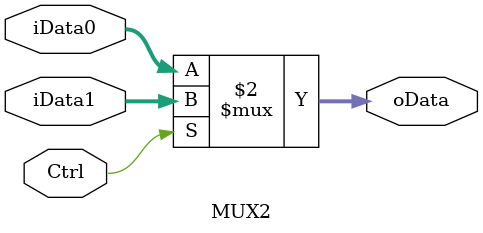
<source format=v>
`timescale 1ns / 1ps

module MUX2(
	input [31:0] iData0,
	input [31:0] iData1,
	input Ctrl,
	output [31:0] oData
	);
assign oData = (Ctrl == 1'b1) ? iData1 : iData0;
endmodule
</source>
